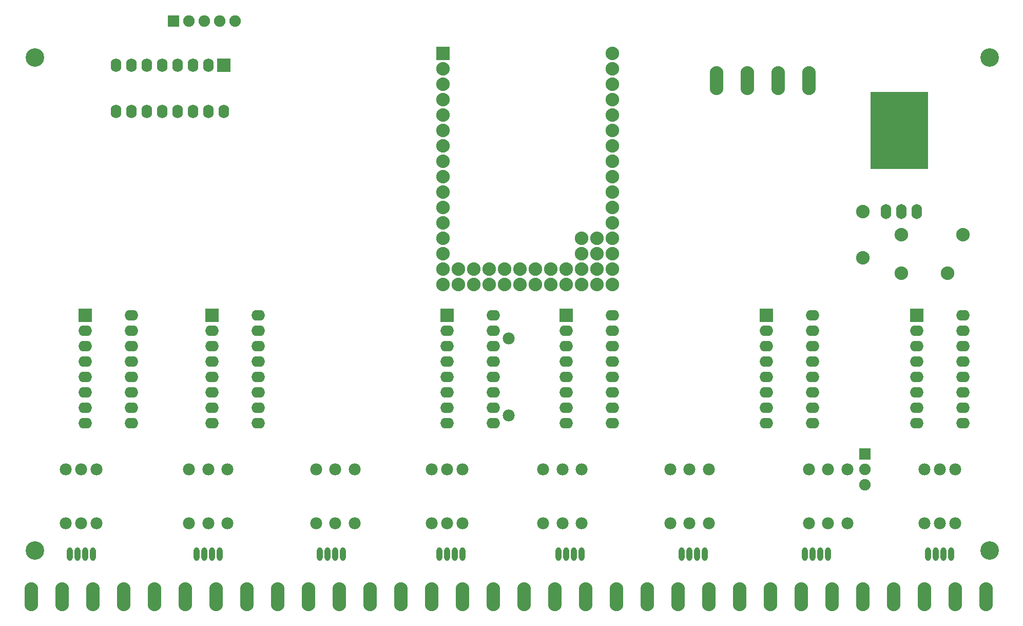
<source format=gts>
G04 DipTrace 2.4.0.2*
%INhorowitzv.1.2_TopMask.GTS*%
%MOIN*%
%ADD15C,0.08*%
%ADD32C,0.12*%
%ADD43O,0.068X0.088*%
%ADD45C,0.0749*%
%ADD47R,0.0749X0.0749*%
%ADD49C,0.088*%
%ADD51O,0.068X0.098*%
%ADD53C,0.088*%
%ADD55C,0.078*%
%ADD57O,0.038X0.088*%
%ADD59O,0.088X0.068*%
%ADD61R,0.088X0.088*%
%ADD63O,0.088X0.188*%
%FSLAX44Y44*%
G04*
G70*
G90*
G75*
G01*
%LNTopMask*%
%LPD*%
D63*
X8940Y10440D3*
X10940D3*
X12940D3*
X14940D3*
X16940D3*
X18940D3*
X20940D3*
X22940D3*
X24940D3*
X26940D3*
X28940D3*
X30940D3*
X32940D3*
X34940D3*
X36940D3*
X38940D3*
X40940D3*
X42940D3*
X44940D3*
X46940D3*
X48940D3*
X50940D3*
X52940D3*
X54940D3*
X56940D3*
X58940D3*
X60940D3*
X62940D3*
X64940D3*
X66940D3*
X68940D3*
X70940D3*
D61*
X12440Y28690D3*
D59*
Y27690D3*
Y26690D3*
Y25690D3*
Y24690D3*
Y23690D3*
Y22690D3*
Y21690D3*
X15440Y28690D3*
Y27690D3*
Y26690D3*
Y25690D3*
Y24690D3*
Y23690D3*
Y22690D3*
Y21690D3*
D61*
X20690Y28690D3*
D59*
Y27690D3*
Y26690D3*
Y25690D3*
Y24690D3*
Y23690D3*
Y22690D3*
Y21690D3*
X23690Y28690D3*
Y27690D3*
Y26690D3*
Y25690D3*
Y24690D3*
Y23690D3*
Y22690D3*
Y21690D3*
D61*
X35940Y28690D3*
D59*
Y27690D3*
Y26690D3*
Y25690D3*
Y24690D3*
Y23690D3*
Y22690D3*
Y21690D3*
X38940Y28690D3*
Y27690D3*
Y26690D3*
Y25690D3*
Y24690D3*
Y23690D3*
Y22690D3*
Y21690D3*
D61*
X43690Y28690D3*
D59*
Y27690D3*
Y26690D3*
Y25690D3*
Y24690D3*
Y23690D3*
Y22690D3*
Y21690D3*
X46690Y28690D3*
Y27690D3*
Y26690D3*
Y25690D3*
Y24690D3*
Y23690D3*
Y22690D3*
Y21690D3*
D61*
X56690Y28690D3*
D59*
Y27690D3*
Y26690D3*
Y25690D3*
Y24690D3*
Y23690D3*
Y22690D3*
Y21690D3*
X59690Y28690D3*
Y27690D3*
Y26690D3*
Y25690D3*
Y24690D3*
Y23690D3*
Y22690D3*
Y21690D3*
D61*
X66440Y28690D3*
D59*
Y27690D3*
Y26690D3*
Y25690D3*
Y24690D3*
Y23690D3*
Y22690D3*
Y21690D3*
X69440Y28690D3*
Y27690D3*
Y26690D3*
Y25690D3*
Y24690D3*
Y23690D3*
Y22690D3*
Y21690D3*
D57*
X11440Y13190D3*
X11940D3*
X12440D3*
X12940D3*
X19690D3*
X20190D3*
X20690D3*
X21190D3*
X27690D3*
X28190D3*
X28690D3*
X29190D3*
X35440D3*
X35940D3*
X36440D3*
X36940D3*
X43190D3*
X43690D3*
X44190D3*
X44690D3*
X51190D3*
X51690D3*
X52190D3*
X52690D3*
X59190D3*
X59690D3*
X60190D3*
X60690D3*
X67190D3*
X67690D3*
X68190D3*
X68690D3*
D55*
X11190Y15190D3*
Y18690D3*
X12190Y15190D3*
Y18690D3*
X13190Y15190D3*
Y18690D3*
X19190Y15190D3*
Y18690D3*
X20440Y15190D3*
Y18690D3*
X21690Y15190D3*
Y18690D3*
X27440Y15190D3*
Y18690D3*
X28690Y15190D3*
Y18690D3*
X29940Y15190D3*
Y18690D3*
X34940Y15190D3*
Y18690D3*
X35940Y15190D3*
Y18690D3*
X36940Y15190D3*
Y18690D3*
X42190Y15190D3*
Y18690D3*
X43440Y15190D3*
Y18690D3*
X44690Y15190D3*
Y18690D3*
X50440Y15190D3*
Y18690D3*
X51690Y15190D3*
Y18690D3*
X52940Y15190D3*
Y18690D3*
X59440Y15190D3*
Y18690D3*
X60690Y15190D3*
Y18690D3*
X61940Y15190D3*
Y18690D3*
X66940Y15190D3*
Y18690D3*
X67940Y15190D3*
Y18690D3*
X68940Y15190D3*
Y18690D3*
X39940Y27190D3*
Y22190D3*
D61*
X35690Y45690D3*
D53*
Y44690D3*
Y43690D3*
Y42690D3*
Y41690D3*
Y40690D3*
Y39690D3*
Y38690D3*
Y37690D3*
Y36690D3*
Y35690D3*
Y34690D3*
Y33690D3*
Y32690D3*
Y31690D3*
Y30690D3*
X36690D3*
X37690D3*
X38690D3*
X39690D3*
X40690D3*
X41690D3*
X42690D3*
X43690D3*
X44690D3*
X45690D3*
X46690D3*
Y31690D3*
Y32690D3*
Y33690D3*
Y34690D3*
Y35690D3*
Y36690D3*
Y37690D3*
Y38690D3*
Y39690D3*
Y40690D3*
Y41690D3*
Y42690D3*
Y43690D3*
Y44690D3*
Y45690D3*
X45690Y31690D3*
X44690D3*
X43690D3*
X42690D3*
X41690D3*
X40690D3*
X39690D3*
X38690D3*
X37690D3*
X36690D3*
X44690Y33690D3*
Y32690D3*
X45690Y33690D3*
Y32690D3*
D51*
X64440Y35440D3*
X65440D3*
X66440D3*
D15*
X65440Y41440D3*
D63*
X53440Y43940D3*
X55440D3*
X57440D3*
X59440D3*
D49*
X65440Y33940D3*
X69440D3*
X62940Y32440D3*
Y35440D3*
X65440Y31440D3*
X68440D3*
D47*
X63070Y19690D3*
D45*
Y18690D3*
Y17690D3*
D61*
X21440Y44940D3*
D43*
X20440D3*
X19440D3*
X18440D3*
X17440D3*
X16440D3*
X15440D3*
X14440D3*
X21440Y41940D3*
X20440D3*
X19440D3*
X18440D3*
X17440D3*
X16440D3*
X15440D3*
X14440D3*
D47*
X18190Y47815D3*
D45*
X19190D3*
X20190D3*
X21190D3*
X22190D3*
D32*
X9190Y45440D3*
X71190D3*
X9190Y13440D3*
X71190D3*
G36*
X63440Y43190D2*
X67190D1*
Y38190D1*
X63440D1*
Y43190D1*
G37*
M02*

</source>
